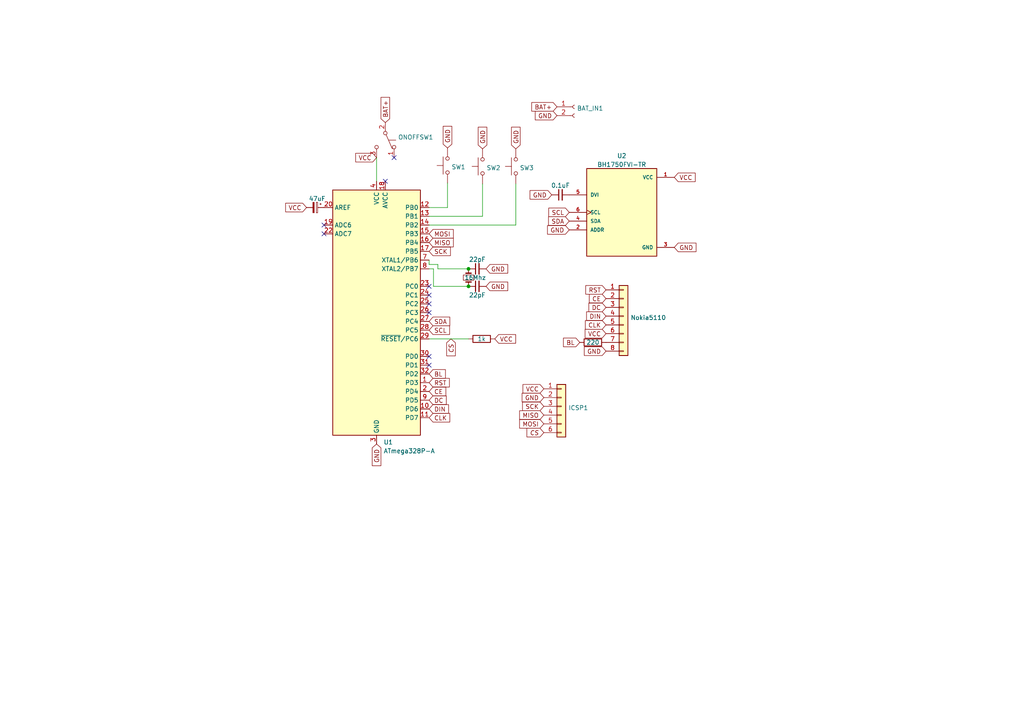
<source format=kicad_sch>
(kicad_sch (version 20211123) (generator eeschema)
  (paper "A4")
  (title_block (title "LibreLightMeter") (date "2022-06-30") (rev "0.2") (comment 1 "by viniciusbrit"))
  (lib_symbols
    (symbol "BH1750FVI-TR:BH1750FVI-TR" (pin_names (offset 1.016))
      (property "Reference" "U" (at -10.1854 13.462 0))
      (property "Value" "BH1750FVI-TR" (at -9.9314 -15.24 0))
      (symbol "BH1750FVI-TR_0_0"
        (rectangle (start -10.16 -12.7) (end 10.16 12.7) (stroke (width 0.254)) (fill (type background)))
        (pin power_in line (at 15.24 10.16 180) (length 5.08) (name "VCC") (number "1"))
        (pin input line (at -15.24 -5.08 0) (length 5.08) (name "ADDR") (number "2"))
        (pin power_in line (at 15.24 -10.16 180) (length 5.08) (name "GND") (number "3"))
        (pin bidirectional line (at -15.24 -2.54 0) (length 5.08) (name "SDA") (number "4"))
        (pin input line (at -15.24 5.08 0) (length 5.08) (name "DVI") (number "5"))
        (pin input clock (at -15.24 0 0) (length 5.08) (name "SCL") (number "6"))
      )
    )
    (symbol "Connector:Conn_01x02_Female" (pin_names (offset 1.016) hide)
      (property "Reference" "J" (at 0 2.54 0))
      (property "Value" "Conn_01x02_Female" (at 0 -5.08 0))
      (symbol "Conn_01x02_Female_1_1"
        (arc (start 0 -2.032) (mid -0.508 -2.54) (end 0 -3.048) (stroke (width 0.1524)))
        (polyline (pts (xy -1.27 -2.54) (xy -0.508 -2.54)) (stroke (width 0.1524)))
        (polyline (pts (xy -1.27 0) (xy -0.508 0)) (stroke (width 0.1524)))
        (arc (start 0 0.508) (mid -0.508 0) (end 0 -0.508) (stroke (width 0.1524)))
        (pin passive line (at -5.08 0 0) (length 3.81) (name "Pin_1") (number "1"))
        (pin passive line (at -5.08 -2.54 0) (length 3.81) (name "Pin_2") (number "2"))
      )
    )
    (symbol "Connector_Generic:Conn_01x06" (pin_names (offset 1.016) hide)
      (property "Reference" "J" (at 0 7.62 0))
      (property "Value" "Conn_01x06" (at 0 -10.16 0))
      (symbol "Conn_01x06_1_1"
        (rectangle (start -1.27 -7.493) (end 0 -7.747) (stroke (width 0.1524)))
        (rectangle (start -1.27 -4.953) (end 0 -5.207) (stroke (width 0.1524)))
        (rectangle (start -1.27 -2.413) (end 0 -2.667) (stroke (width 0.1524)))
        (rectangle (start -1.27 0.127) (end 0 -0.127) (stroke (width 0.1524)))
        (rectangle (start -1.27 2.667) (end 0 2.413) (stroke (width 0.1524)))
        (rectangle (start -1.27 5.207) (end 0 4.953) (stroke (width 0.1524)))
        (rectangle (start -1.27 6.35) (end 1.27 -8.89) (stroke (width 0.254)) (fill (type background)))
        (pin passive line (at -5.08 5.08 0) (length 3.81) (name "Pin_1") (number "1"))
        (pin passive line (at -5.08 2.54 0) (length 3.81) (name "Pin_2") (number "2"))
        (pin passive line (at -5.08 0 0) (length 3.81) (name "Pin_3") (number "3"))
        (pin passive line (at -5.08 -2.54 0) (length 3.81) (name "Pin_4") (number "4"))
        (pin passive line (at -5.08 -5.08 0) (length 3.81) (name "Pin_5") (number "5"))
        (pin passive line (at -5.08 -7.62 0) (length 3.81) (name "Pin_6") (number "6"))
      )
    )
    (symbol "Connector_Generic:Conn_01x08" (pin_names (offset 1.016) hide)
      (property "Reference" "J" (at 0 10.16 0))
      (property "Value" "Conn_01x08" (at 0 -12.7 0))
      (symbol "Conn_01x08_1_1"
        (rectangle (start -1.27 -10.033) (end 0 -10.287) (stroke (width 0.1524)))
        (rectangle (start -1.27 -7.493) (end 0 -7.747) (stroke (width 0.1524)))
        (rectangle (start -1.27 -4.953) (end 0 -5.207) (stroke (width 0.1524)))
        (rectangle (start -1.27 -2.413) (end 0 -2.667) (stroke (width 0.1524)))
        (rectangle (start -1.27 0.127) (end 0 -0.127) (stroke (width 0.1524)))
        (rectangle (start -1.27 2.667) (end 0 2.413) (stroke (width 0.1524)))
        (rectangle (start -1.27 5.207) (end 0 4.953) (stroke (width 0.1524)))
        (rectangle (start -1.27 7.747) (end 0 7.493) (stroke (width 0.1524)))
        (rectangle (start -1.27 8.89) (end 1.27 -11.43) (stroke (width 0.254)) (fill (type background)))
        (pin passive line (at -5.08 7.62 0) (length 3.81) (name "Pin_1") (number "1"))
        (pin passive line (at -5.08 5.08 0) (length 3.81) (name "Pin_2") (number "2"))
        (pin passive line (at -5.08 2.54 0) (length 3.81) (name "Pin_3") (number "3"))
        (pin passive line (at -5.08 0 0) (length 3.81) (name "Pin_4") (number "4"))
        (pin passive line (at -5.08 -2.54 0) (length 3.81) (name "Pin_5") (number "5"))
        (pin passive line (at -5.08 -5.08 0) (length 3.81) (name "Pin_6") (number "6"))
        (pin passive line (at -5.08 -7.62 0) (length 3.81) (name "Pin_7") (number "7"))
        (pin passive line (at -5.08 -10.16 0) (length 3.81) (name "Pin_8") (number "8"))
      )
    )
    (symbol "Device:C_Polarized_Small" (pin_numbers hide) (pin_names (offset 0.254) hide)
      (property "Reference" "C" (at 0.254 1.778 0))
      (property "Value" "C_Polarized_Small" (at 0.254 -2.032 0))
      (symbol "C_Polarized_Small_0_1"
        (rectangle (start -1.524 -0.3048) (end 1.524 -0.6858) (fill (type outline)))
        (rectangle (start -1.524 0.6858) (end 1.524 0.3048))
        (polyline (pts (xy -1.27 1.524) (xy -0.762 1.524)))
        (polyline (pts (xy -1.016 1.27) (xy -1.016 1.778)))
      )
      (symbol "C_Polarized_Small_1_1"
        (pin passive line (at 0 2.54 270) (length 1.8542) (name "~") (number "1"))
        (pin passive line (at 0 -2.54 90) (length 1.8542) (name "~") (number "2"))
      )
    )
    (symbol "Device:C_Small" (pin_numbers hide) (pin_names (offset 0.254) hide)
      (property "Reference" "C" (at 0.254 1.778 0))
      (property "Value" "C_Small" (at 0.254 -2.032 0))
      (symbol "C_Small_0_1"
        (polyline (pts (xy -1.524 -0.508) (xy 1.524 -0.508)) (stroke (width 0.3302)))
        (polyline (pts (xy -1.524 0.508) (xy 1.524 0.508)) (stroke (width 0.3048)))
      )
      (symbol "C_Small_1_1"
        (pin passive line (at 0 2.54 270) (length 2.032) (name "~") (number "1"))
        (pin passive line (at 0 -2.54 90) (length 2.032) (name "~") (number "2"))
      )
    )
    (symbol "Device:Crystal_Small" (pin_numbers hide) (pin_names (offset 1.016) hide)
      (property "Reference" "Y" (at 0 2.54 0))
      (property "Value" "Crystal_Small" (at 0 -2.54 0))
      (symbol "Crystal_Small_0_1"
        (rectangle (start -0.762 -1.524) (end 0.762 1.524))
        (polyline (pts (xy -1.27 -0.762) (xy -1.27 0.762)) (stroke (width 0.381)))
        (polyline (pts (xy 1.27 -0.762) (xy 1.27 0.762)) (stroke (width 0.381)))
      )
      (symbol "Crystal_Small_1_1"
        (pin passive line (at -2.54 0 0) (length 1.27) (name "1") (number "1"))
        (pin passive line (at 2.54 0 180) (length 1.27) (name "2") (number "2"))
      )
    )
    (symbol "Device:R" (pin_numbers hide) (pin_names (offset 0))
      (property "Reference" "R" (at 2.032 0 90))
      (property "Value" "R" (at 0 0 90))
      (symbol "R_0_1"
        (rectangle (start -1.016 -2.54) (end 1.016 2.54) (stroke (width 0.254)))
      )
      (symbol "R_1_1"
        (pin passive line (at 0 3.81 270) (length 1.27) (name "~") (number "1"))
        (pin passive line (at 0 -3.81 90) (length 1.27) (name "~") (number "2"))
      )
    )
    (symbol "MCU_Microchip_ATmega:ATmega328P-A"
      (property "Reference" "U" (at -12.7 36.83 0))
      (property "Value" "ATmega328P-A" (at 2.54 -36.83 0))
      (symbol "ATmega328P-A_0_1"
        (rectangle (start -12.7 -35.56) (end 12.7 35.56) (stroke (width 0.254)) (fill (type background)))
      )
      (symbol "ATmega328P-A_1_1"
        (pin bidirectional line (at 15.24 -20.32 180) (length 2.54) (name "PD3") (number "1"))
        (pin bidirectional line (at 15.24 -27.94 180) (length 2.54) (name "PD6") (number "10"))
        (pin bidirectional line (at 15.24 -30.48 180) (length 2.54) (name "PD7") (number "11"))
        (pin bidirectional line (at 15.24 30.48 180) (length 2.54) (name "PB0") (number "12"))
        (pin bidirectional line (at 15.24 27.94 180) (length 2.54) (name "PB1") (number "13"))
        (pin bidirectional line (at 15.24 25.4 180) (length 2.54) (name "PB2") (number "14"))
        (pin bidirectional line (at 15.24 22.86 180) (length 2.54) (name "PB3") (number "15"))
        (pin bidirectional line (at 15.24 20.32 180) (length 2.54) (name "PB4") (number "16"))
        (pin bidirectional line (at 15.24 17.78 180) (length 2.54) (name "PB5") (number "17"))
        (pin power_in line (at 2.54 38.1 270) (length 2.54) (name "AVCC") (number "18"))
        (pin input line (at -15.24 25.4 0) (length 2.54) (name "ADC6") (number "19"))
        (pin bidirectional line (at 15.24 -22.86 180) (length 2.54) (name "PD4") (number "2"))
        (pin passive line (at -15.24 30.48 0) (length 2.54) (name "AREF") (number "20"))
        (pin passive line (at 0 -38.1 90) (length 2.54) hide (name "GND") (number "21"))
        (pin input line (at -15.24 22.86 0) (length 2.54) (name "ADC7") (number "22"))
        (pin bidirectional line (at 15.24 7.62 180) (length 2.54) (name "PC0") (number "23"))
        (pin bidirectional line (at 15.24 5.08 180) (length 2.54) (name "PC1") (number "24"))
        (pin bidirectional line (at 15.24 2.54 180) (length 2.54) (name "PC2") (number "25"))
        (pin bidirectional line (at 15.24 0 180) (length 2.54) (name "PC3") (number "26"))
        (pin bidirectional line (at 15.24 -2.54 180) (length 2.54) (name "PC4") (number "27"))
        (pin bidirectional line (at 15.24 -5.08 180) (length 2.54) (name "PC5") (number "28"))
        (pin bidirectional line (at 15.24 -7.62 180) (length 2.54) (name "~{RESET}/PC6") (number "29"))
        (pin power_in line (at 0 -38.1 90) (length 2.54) (name "GND") (number "3"))
        (pin bidirectional line (at 15.24 -12.7 180) (length 2.54) (name "PD0") (number "30"))
        (pin bidirectional line (at 15.24 -15.24 180) (length 2.54) (name "PD1") (number "31"))
        (pin bidirectional line (at 15.24 -17.78 180) (length 2.54) (name "PD2") (number "32"))
        (pin power_in line (at 0 38.1 270) (length 2.54) (name "VCC") (number "4"))
        (pin passive line (at 0 -38.1 90) (length 2.54) hide (name "GND") (number "5"))
        (pin passive line (at 0 38.1 270) (length 2.54) hide (name "VCC") (number "6"))
        (pin bidirectional line (at 15.24 15.24 180) (length 2.54) (name "XTAL1/PB6") (number "7"))
        (pin bidirectional line (at 15.24 12.7 180) (length 2.54) (name "XTAL2/PB7") (number "8"))
        (pin bidirectional line (at 15.24 -25.4 180) (length 2.54) (name "PD5") (number "9"))
      )
    )
    (symbol "Switch:SW_Push" (pin_numbers hide) (pin_names (offset 1.016) hide)
      (property "Reference" "SW" (at 1.27 2.54 0))
      (property "Value" "SW_Push" (at 0 -1.524 0))
      (symbol "SW_Push_0_1"
        (circle (center -2.032 0) (radius 0.508))
        (polyline (pts (xy 0 1.27) (xy 0 3.048)))
        (polyline (pts (xy 2.54 1.27) (xy -2.54 1.27)))
        (circle (center 2.032 0) (radius 0.508))
        (pin passive line (at -5.08 0 0) (length 2.54) (name "1") (number "1"))
        (pin passive line (at 5.08 0 180) (length 2.54) (name "2") (number "2"))
      )
    )
    (symbol "Switch:SW_Push_SPDT" (pin_names (offset 0) hide)
      (property "Reference" "SW" (at 0 4.318 0))
      (property "Value" "SW_Push_SPDT" (at 0 -5.08 0))
      (symbol "SW_Push_SPDT_0_0"
        (circle (center -2.032 0) (radius 0.508))
        (polyline (pts (xy 0 1.016) (xy 0 3.048)))
        (circle (center 2.032 -2.54) (radius 0.508))
      )
      (symbol "SW_Push_SPDT_0_1"
        (polyline (pts (xy -1.524 0.254) (xy 2.54 2.032)))
        (circle (center 2.032 2.54) (radius 0.508))
      )
      (symbol "SW_Push_SPDT_1_1"
        (pin passive line (at 5.08 2.54 180) (length 2.54) (name "A") (number "1"))
        (pin passive line (at -5.08 0 0) (length 2.54) (name "B") (number "2"))
        (pin passive line (at 5.08 -2.54 180) (length 2.54) (name "C") (number "3"))
      )
    )
  )
  (junction (at 135.89 83.058))
  (junction (at 135.89 77.978))
  (no_connect (at 114.3 45.72))
  (no_connect (at 124.46 90.678))
  (no_connect (at 124.46 88.138))
  (no_connect (at 124.46 85.598))
  (no_connect (at 124.46 83.058))
  (no_connect (at 111.76 52.578))
  (no_connect (at 93.98 65.278))
  (no_connect (at 93.98 67.818))
  (no_connect (at 124.46 103.378))
  (no_connect (at 124.46 105.918))
  (wire (pts (xy 139.954 62.738) (xy 139.954 53.34)))
  (wire (pts (xy 129.794 53.086) (xy 129.794 60.198)))
  (wire (pts (xy 127 77.978) (xy 135.89 77.978)))
  (wire (pts (xy 129.794 60.198) (xy 124.46 60.198)))
  (wire (pts (xy 125.73 83.058) (xy 135.89 83.058)))
  (wire (pts (xy 109.22 45.72) (xy 109.22 52.578)))
  (wire (pts (xy 124.46 65.278) (xy 149.606 65.278)))
  (wire (pts (xy 124.46 98.298) (xy 135.89 98.298)))
  (wire (pts (xy 124.46 75.438) (xy 124.46 76.708)))
  (wire (pts (xy 124.46 77.978) (xy 125.73 77.978)))
  (wire (pts (xy 149.606 53.34) (xy 149.606 65.278)))
  (wire (pts (xy 127 76.708) (xy 127 77.978)))
  (wire (pts (xy 124.46 76.708) (xy 127 76.708)))
  (wire (pts (xy 124.46 62.738) (xy 139.954 62.738)))
  (wire (pts (xy 125.73 77.978) (xy 125.73 83.058)))
  (global_label "VCC" (shape input) (at 157.734 112.776 180) (property "Intersheet References" "${INTERSHEET_REFS}" (effects hide)))
  (global_label "GND" (shape input) (at 195.58 71.755 0) (property "Intersheet References" "${INTERSHEET_REFS}" (effects hide)))
  (global_label "VCC" (shape input) (at 143.51 98.298 0) (property "Intersheet References" "${INTERSHEET_REFS}" (effects hide)))
  (global_label "CLK" (shape input) (at 175.768 94.234 180) (property "Intersheet References" "${INTERSHEET_REFS}" (effects hide)))
  (global_label "CE" (shape input) (at 175.768 86.614 180) (property "Intersheet References" "${INTERSHEET_REFS}" (effects hide)))
  (global_label "BAT+" (shape input) (at 161.544 30.988 180) (property "Intersheet References" "${INTERSHEET_REFS}" (effects hide)))
  (global_label "GND" (shape input) (at 140.97 83.058 0) (property "Intersheet References" "${INTERSHEET_REFS}" (effects hide)))
  (global_label "VCC" (shape input) (at 88.9 60.198 180) (property "Intersheet References" "${INTERSHEET_REFS}" (effects hide)))
  (global_label "VCC" (shape input) (at 195.58 51.435 0) (property "Intersheet References" "${INTERSHEET_REFS}" (effects hide)))
  (global_label "SCK" (shape input) (at 124.46 72.898 0) (property "Intersheet References" "${INTERSHEET_REFS}" (effects hide)))
  (global_label "CS" (shape input) (at 157.734 125.476 180) (effects (font italic)) (property "Intersheet References" "${INTERSHEET_REFS}" (effects hide)))
  (global_label "GND" (shape input) (at 139.954 43.18 90) (property "Intersheet References" "${INTERSHEET_REFS}" (effects hide)))
  (global_label "MISO" (shape input) (at 124.46 70.358 0) (property "Intersheet References" "${INTERSHEET_REFS}" (effects hide)))
  (global_label "GND" (shape input) (at 165.1 66.675 180) (property "Intersheet References" "${INTERSHEET_REFS}" (effects hide)))
  (global_label "DIN" (shape input) (at 124.46 118.618 0) (property "Intersheet References" "${INTERSHEET_REFS}" (effects hide)))
  (global_label "GND" (shape input) (at 149.606 43.18 90) (property "Intersheet References" "${INTERSHEET_REFS}" (effects hide)))
  (global_label "BAT+" (shape input) (at 111.76 35.56 90) (property "Intersheet References" "${INTERSHEET_REFS}" (effects hide)))
  (global_label "MISO" (shape input) (at 157.734 120.396 180) (property "Intersheet References" "${INTERSHEET_REFS}" (effects hide)))
  (global_label "DC" (shape input) (at 175.768 89.154 180) (property "Intersheet References" "${INTERSHEET_REFS}" (effects hide)))
  (global_label "GND" (shape input) (at 157.734 115.316 180) (property "Intersheet References" "${INTERSHEET_REFS}" (effects hide)))
  (global_label "SCL" (shape input) (at 165.1 61.595 180) (property "Intersheet References" "${INTERSHEET_REFS}" (effects hide)))
  (global_label "VCC" (shape input) (at 109.22 45.72 180) (property "Intersheet References" "${INTERSHEET_REFS}" (effects hide)))
  (global_label "SDA" (shape input) (at 165.1 64.135 180) (property "Intersheet References" "${INTERSHEET_REFS}" (effects hide)))
  (global_label "RST" (shape input) (at 124.46 110.998 0) (property "Intersheet References" "${INTERSHEET_REFS}" (effects hide)))
  (global_label "DIN" (shape input) (at 175.768 91.694 180) (property "Intersheet References" "${INTERSHEET_REFS}" (effects hide)))
  (global_label "BL" (shape input) (at 168.148 99.314 180) (property "Intersheet References" "${INTERSHEET_REFS}" (effects hide)))
  (global_label "SCK" (shape input) (at 157.734 117.856 180) (property "Intersheet References" "${INTERSHEET_REFS}" (effects hide)))
  (global_label "MOSI" (shape input) (at 157.734 122.936 180) (property "Intersheet References" "${INTERSHEET_REFS}" (effects hide)))
  (global_label "GND" (shape input) (at 160.02 56.515 180) (property "Intersheet References" "${INTERSHEET_REFS}" (effects hide)))
  (global_label "VCC" (shape input) (at 175.768 96.774 180) (property "Intersheet References" "${INTERSHEET_REFS}" (effects hide)))
  (global_label "GND" (shape input) (at 140.97 77.978 0) (property "Intersheet References" "${INTERSHEET_REFS}" (effects hide)))
  (global_label "DC" (shape input) (at 124.46 116.078 0) (property "Intersheet References" "${INTERSHEET_REFS}" (effects hide)))
  (global_label "CE" (shape input) (at 124.46 113.538 0) (property "Intersheet References" "${INTERSHEET_REFS}" (effects hide)))
  (global_label "GND" (shape input) (at 161.544 33.528 180) (property "Intersheet References" "${INTERSHEET_REFS}" (effects hide)))
  (global_label "MOSI" (shape input) (at 124.46 67.818 0) (property "Intersheet References" "${INTERSHEET_REFS}" (effects hide)))
  (global_label "GND" (shape input) (at 175.768 101.854 180) (property "Intersheet References" "${INTERSHEET_REFS}" (effects hide)))
  (global_label "CS" (shape input) (at 130.81 98.298 270) (effects (font italic)) (property "Intersheet References" "${INTERSHEET_REFS}" (effects hide)))
  (global_label "SCL" (shape input) (at 124.46 95.758 0) (property "Intersheet References" "${INTERSHEET_REFS}" (effects hide)))
  (global_label "GND" (shape input) (at 109.22 128.778 270) (property "Intersheet References" "${INTERSHEET_REFS}" (effects hide)))
  (global_label "RST" (shape input) (at 175.768 84.074 180) (property "Intersheet References" "${INTERSHEET_REFS}" (effects hide)))
  (global_label "BL" (shape input) (at 124.46 108.458 0) (property "Intersheet References" "${INTERSHEET_REFS}" (effects hide)))
  (global_label "GND" (shape input) (at 129.794 42.926 90) (property "Intersheet References" "${INTERSHEET_REFS}" (effects hide)))
  (global_label "CLK" (shape input) (at 124.46 121.158 0) (property "Intersheet References" "${INTERSHEET_REFS}" (effects hide)))
  (global_label "SDA" (shape input) (at 124.46 93.218 0) (property "Intersheet References" "${INTERSHEET_REFS}" (effects hide)))
  (symbol (lib_id "Connector_Generic:Conn_01x08") (at 180.848 91.694 0) (unit 1)
    (property "Reference" "Nokia5110" (at 182.88 92.1293 0) (effects (justify left)))
    (property "Value" "Conn_01x08" (effects hide))
    (property "Footprint" "Connector_PinSocket_2.54mm:PinSocket_1x08_P2.54mm_Vertical" (effects hide))
  )
  (symbol (lib_id "Device:C_Small") (at 138.43 83.058 90) (unit 1)
    (property "Reference" "C3" (effects hide))
    (property "Value" "22pF" (at 138.43 85.598 90))
    (property "Footprint" "Capacitor_SMD:C_0805_2012Metric" (effects hide))
  )
  (symbol (lib_id "Device:Crystal_Small") (at 135.89 80.518 270) (unit 1)
    (property "Reference" "Y1" (effects hide))
    (property "Value" "16Mhz" (at 140.97 80.518 90) (effects (justify right)))
    (property "Footprint" "Crystal:Crystal_HC49-U_Vertical" (effects hide))
  )
  (symbol (lib_id "Device:C_Small") (at 162.56 56.515 90) (unit 1)
    (property "Reference" "C4" (effects hide))
    (property "Value" "0.1uF" (at 162.5663 53.79 90))
    (property "Footprint" "Capacitor_SMD:C_0805_2012Metric" (effects hide))
  )
  (symbol (lib_id "Device:R") (at 171.958 99.314 90) (unit 1)
    (property "Reference" "R2" (effects hide))
    (property "Value" "220" (at 171.958 99.314 90))
    (property "Footprint" "Resistor_SMD:R_0805_2012Metric" (effects hide))
  )
  (symbol (lib_id "MCU_Microchip_ATmega:ATmega328P-A") (at 109.22 90.678 0) (unit 1)
    (property "Reference" "U1" (at 111.2394 128.2684 0) (effects (justify left)))
    (property "Value" "ATmega328P-A" (at 111.2394 130.8053 0) (effects (justify left)))
    (property "Footprint" "Package_QFP:TQFP-32_7x7mm_P0.8mm" (effects hide))
    (property "Datasheet" "http://ww1.microchip.com/downloads/en/DeviceDoc/ATmega328_P%20AVR%20MCU%20with%20picoPower%20Technology%20Data%20Sheet%2040001984A.pdf" (effects hide))
  )
  (symbol (lib_id "Device:C_Polarized_Small") (at 91.44 60.198 270) (unit 1)
    (property "Reference" "C1" (effects hide))
    (property "Value" "47uF" (at 91.9861 57.6381 90))
    (property "Footprint" "Capacitor_SMD:C_1206_3216Metric" (effects hide))
  )
  (symbol (lib_id "Connector_Generic:Conn_01x06") (at 162.814 117.856 0) (unit 1)
    (property "Reference" "ICSP1" (at 164.846 118.2913 0) (effects (justify left)))
    (property "Value" "Conn_01x06" (effects hide))
    (property "Footprint" "Connector_PinHeader_2.54mm:PinHeader_1x06_P2.54mm_Horizontal" (effects hide))
  )
  (symbol (lib_id "Device:R") (at 139.7 98.298 90) (unit 1)
    (property "Reference" "R1" (effects hide))
    (property "Value" "1k" (at 139.7 98.298 90))
    (property "Footprint" "Resistor_SMD:R_1206_3216Metric" (effects hide))
  )
  (symbol (lib_id "Switch:SW_Push") (at 129.794 48.006 90) (unit 1)
    (property "Reference" "SW1" (at 130.937 48.4398 90) (effects (justify right)))
    (property "Value" "SW_Push" (effects hide))
    (property "Footprint" "Button_Switch_THT:SW_PUSH_6mm" (effects hide))
  )
  (symbol (lib_id "Switch:SW_Push_SPDT") (at 111.76 40.64 270) (unit 1)
    (property "Reference" "ONOFFSW1" (at 115.443 39.8053 90) (effects (justify left)))
    (property "Value" "SW_Push_SPDT" (effects hide))
    (property "Footprint" "Connector_PinSocket_2.54mm:PinSocket_1x02_P2.54mm_Vertical" (effects hide))
  )
  (symbol (lib_id "BH1750FVI-TR:BH1750FVI-TR") (at 180.34 61.595 0) (unit 1)
    (property "Reference" "U2" (at 180.34 45.1952 0))
    (property "Value" "BH1750FVI-TR" (at 180.34 47.7321 0))
    (property "Footprint" "Imported Components:XDCR_BH1750FVI-TR" (effects hide))
    (property "STANDARD" "Manufacturer recommendations" (effects hide))
    (property "PARTREV" "D" (effects hide))
    (property "MANUFACTURER" "Rohm" (effects hide))
    (property "MAXIMUM_PACKAGE_HEIGHT" "0.75mm" (effects hide))
  )
  (symbol (lib_id "Switch:SW_Push") (at 149.606 48.26 90) (unit 1)
    (property "Reference" "SW3" (at 150.749 48.6938 90) (effects (justify right)))
    (property "Value" "SW_Push" (effects hide))
    (property "Footprint" "Button_Switch_THT:SW_PUSH_6mm" (effects hide))
  )
  (symbol (lib_id "Connector:Conn_01x02_Female") (at 166.624 30.988 0) (unit 1)
    (property "Reference" "BAT_IN1" (at 167.3352 31.4233 0) (effects (justify left)))
    (property "Value" "Conn_01x02_Female" (effects hide))
    (property "Footprint" "Connector_PinSocket_2.54mm:PinSocket_1x02_P2.54mm_Vertical" (effects hide))
  )
  (symbol (lib_id "Device:C_Small") (at 138.43 77.978 90) (unit 1)
    (property "Reference" "C2" (effects hide))
    (property "Value" "22pF" (at 138.4363 75.253 90))
    (property "Footprint" "Capacitor_SMD:C_0805_2012Metric" (effects hide))
  )
  (symbol (lib_id "Switch:SW_Push") (at 139.954 48.26 90) (unit 1)
    (property "Reference" "SW2" (at 141.097 48.6938 90) (effects (justify right)))
    (property "Value" "SW_Push" (effects hide))
    (property "Footprint" "Button_Switch_THT:SW_PUSH_6mm" (effects hide))
  )
)
</source>
